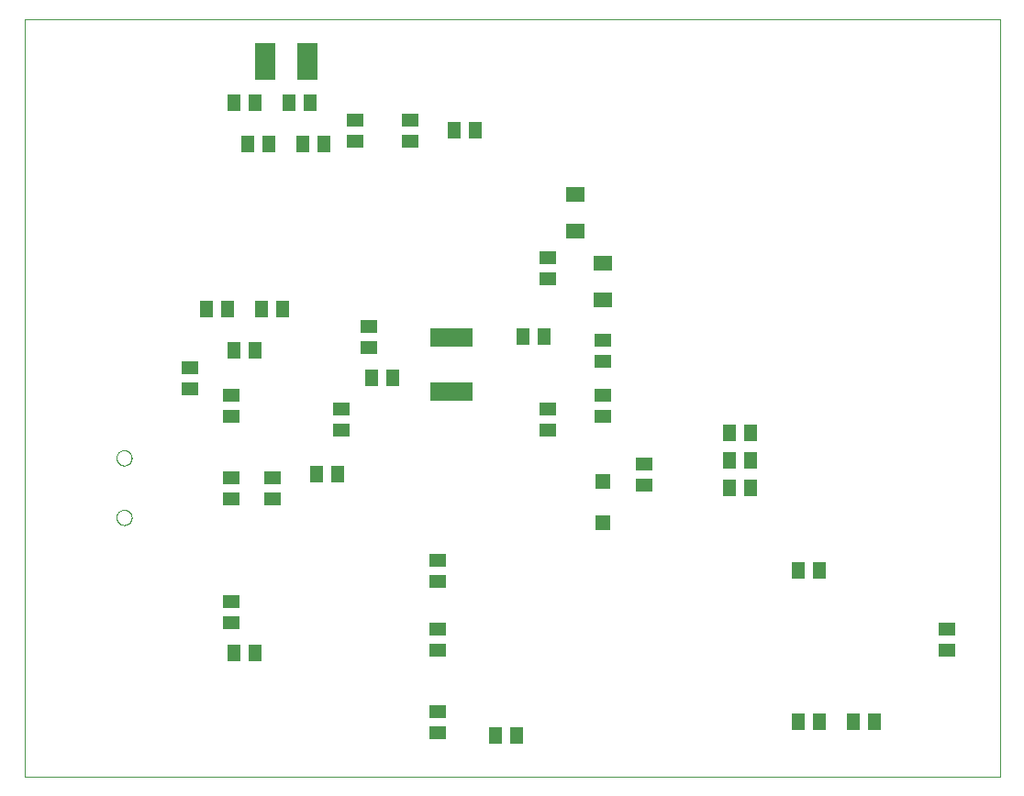
<source format=gbp>
G75*
%MOIN*%
%OFA0B0*%
%FSLAX25Y25*%
%IPPOS*%
%LPD*%
%AMOC8*
5,1,8,0,0,1.08239X$1,22.5*
%
%ADD10C,0.00000*%
%ADD11R,0.05906X0.05118*%
%ADD12R,0.05118X0.05906*%
%ADD13R,0.15748X0.07087*%
%ADD14R,0.07480X0.13386*%
%ADD15R,0.07087X0.05512*%
%ADD16R,0.05512X0.05512*%
D10*
X0055902Y0001800D02*
X0055902Y0277391D01*
X0410233Y0277391D01*
X0410233Y0001800D01*
X0055902Y0001800D01*
X0089370Y0096149D02*
X0089372Y0096254D01*
X0089378Y0096359D01*
X0089388Y0096463D01*
X0089402Y0096567D01*
X0089420Y0096671D01*
X0089442Y0096773D01*
X0089467Y0096875D01*
X0089497Y0096976D01*
X0089530Y0097075D01*
X0089567Y0097173D01*
X0089608Y0097270D01*
X0089653Y0097365D01*
X0089701Y0097458D01*
X0089752Y0097550D01*
X0089808Y0097639D01*
X0089866Y0097726D01*
X0089928Y0097811D01*
X0089992Y0097894D01*
X0090060Y0097974D01*
X0090131Y0098051D01*
X0090205Y0098125D01*
X0090282Y0098197D01*
X0090361Y0098266D01*
X0090443Y0098331D01*
X0090527Y0098394D01*
X0090614Y0098453D01*
X0090703Y0098509D01*
X0090794Y0098562D01*
X0090887Y0098611D01*
X0090981Y0098656D01*
X0091077Y0098698D01*
X0091175Y0098736D01*
X0091274Y0098770D01*
X0091375Y0098801D01*
X0091476Y0098827D01*
X0091579Y0098850D01*
X0091682Y0098869D01*
X0091786Y0098884D01*
X0091890Y0098895D01*
X0091995Y0098902D01*
X0092100Y0098905D01*
X0092205Y0098904D01*
X0092310Y0098899D01*
X0092414Y0098890D01*
X0092518Y0098877D01*
X0092622Y0098860D01*
X0092725Y0098839D01*
X0092827Y0098814D01*
X0092928Y0098786D01*
X0093027Y0098753D01*
X0093126Y0098717D01*
X0093223Y0098677D01*
X0093318Y0098634D01*
X0093412Y0098586D01*
X0093504Y0098536D01*
X0093594Y0098482D01*
X0093682Y0098424D01*
X0093767Y0098363D01*
X0093850Y0098299D01*
X0093931Y0098232D01*
X0094009Y0098162D01*
X0094084Y0098088D01*
X0094156Y0098013D01*
X0094226Y0097934D01*
X0094292Y0097853D01*
X0094356Y0097769D01*
X0094416Y0097683D01*
X0094472Y0097595D01*
X0094526Y0097504D01*
X0094576Y0097412D01*
X0094622Y0097318D01*
X0094665Y0097222D01*
X0094704Y0097124D01*
X0094739Y0097026D01*
X0094770Y0096925D01*
X0094798Y0096824D01*
X0094822Y0096722D01*
X0094842Y0096619D01*
X0094858Y0096515D01*
X0094870Y0096411D01*
X0094878Y0096306D01*
X0094882Y0096201D01*
X0094882Y0096097D01*
X0094878Y0095992D01*
X0094870Y0095887D01*
X0094858Y0095783D01*
X0094842Y0095679D01*
X0094822Y0095576D01*
X0094798Y0095474D01*
X0094770Y0095373D01*
X0094739Y0095272D01*
X0094704Y0095174D01*
X0094665Y0095076D01*
X0094622Y0094980D01*
X0094576Y0094886D01*
X0094526Y0094794D01*
X0094472Y0094703D01*
X0094416Y0094615D01*
X0094356Y0094529D01*
X0094292Y0094445D01*
X0094226Y0094364D01*
X0094156Y0094285D01*
X0094084Y0094210D01*
X0094009Y0094136D01*
X0093931Y0094066D01*
X0093850Y0093999D01*
X0093767Y0093935D01*
X0093682Y0093874D01*
X0093594Y0093816D01*
X0093504Y0093762D01*
X0093412Y0093712D01*
X0093318Y0093664D01*
X0093223Y0093621D01*
X0093126Y0093581D01*
X0093027Y0093545D01*
X0092928Y0093512D01*
X0092827Y0093484D01*
X0092725Y0093459D01*
X0092622Y0093438D01*
X0092518Y0093421D01*
X0092414Y0093408D01*
X0092310Y0093399D01*
X0092205Y0093394D01*
X0092100Y0093393D01*
X0091995Y0093396D01*
X0091890Y0093403D01*
X0091786Y0093414D01*
X0091682Y0093429D01*
X0091579Y0093448D01*
X0091476Y0093471D01*
X0091375Y0093497D01*
X0091274Y0093528D01*
X0091175Y0093562D01*
X0091077Y0093600D01*
X0090981Y0093642D01*
X0090887Y0093687D01*
X0090794Y0093736D01*
X0090703Y0093789D01*
X0090614Y0093845D01*
X0090527Y0093904D01*
X0090443Y0093967D01*
X0090361Y0094032D01*
X0090282Y0094101D01*
X0090205Y0094173D01*
X0090131Y0094247D01*
X0090060Y0094324D01*
X0089992Y0094404D01*
X0089928Y0094487D01*
X0089866Y0094572D01*
X0089808Y0094659D01*
X0089752Y0094748D01*
X0089701Y0094840D01*
X0089653Y0094933D01*
X0089608Y0095028D01*
X0089567Y0095125D01*
X0089530Y0095223D01*
X0089497Y0095322D01*
X0089467Y0095423D01*
X0089442Y0095525D01*
X0089420Y0095627D01*
X0089402Y0095731D01*
X0089388Y0095835D01*
X0089378Y0095939D01*
X0089372Y0096044D01*
X0089370Y0096149D01*
X0089370Y0117802D02*
X0089372Y0117907D01*
X0089378Y0118012D01*
X0089388Y0118116D01*
X0089402Y0118220D01*
X0089420Y0118324D01*
X0089442Y0118426D01*
X0089467Y0118528D01*
X0089497Y0118629D01*
X0089530Y0118728D01*
X0089567Y0118826D01*
X0089608Y0118923D01*
X0089653Y0119018D01*
X0089701Y0119111D01*
X0089752Y0119203D01*
X0089808Y0119292D01*
X0089866Y0119379D01*
X0089928Y0119464D01*
X0089992Y0119547D01*
X0090060Y0119627D01*
X0090131Y0119704D01*
X0090205Y0119778D01*
X0090282Y0119850D01*
X0090361Y0119919D01*
X0090443Y0119984D01*
X0090527Y0120047D01*
X0090614Y0120106D01*
X0090703Y0120162D01*
X0090794Y0120215D01*
X0090887Y0120264D01*
X0090981Y0120309D01*
X0091077Y0120351D01*
X0091175Y0120389D01*
X0091274Y0120423D01*
X0091375Y0120454D01*
X0091476Y0120480D01*
X0091579Y0120503D01*
X0091682Y0120522D01*
X0091786Y0120537D01*
X0091890Y0120548D01*
X0091995Y0120555D01*
X0092100Y0120558D01*
X0092205Y0120557D01*
X0092310Y0120552D01*
X0092414Y0120543D01*
X0092518Y0120530D01*
X0092622Y0120513D01*
X0092725Y0120492D01*
X0092827Y0120467D01*
X0092928Y0120439D01*
X0093027Y0120406D01*
X0093126Y0120370D01*
X0093223Y0120330D01*
X0093318Y0120287D01*
X0093412Y0120239D01*
X0093504Y0120189D01*
X0093594Y0120135D01*
X0093682Y0120077D01*
X0093767Y0120016D01*
X0093850Y0119952D01*
X0093931Y0119885D01*
X0094009Y0119815D01*
X0094084Y0119741D01*
X0094156Y0119666D01*
X0094226Y0119587D01*
X0094292Y0119506D01*
X0094356Y0119422D01*
X0094416Y0119336D01*
X0094472Y0119248D01*
X0094526Y0119157D01*
X0094576Y0119065D01*
X0094622Y0118971D01*
X0094665Y0118875D01*
X0094704Y0118777D01*
X0094739Y0118679D01*
X0094770Y0118578D01*
X0094798Y0118477D01*
X0094822Y0118375D01*
X0094842Y0118272D01*
X0094858Y0118168D01*
X0094870Y0118064D01*
X0094878Y0117959D01*
X0094882Y0117854D01*
X0094882Y0117750D01*
X0094878Y0117645D01*
X0094870Y0117540D01*
X0094858Y0117436D01*
X0094842Y0117332D01*
X0094822Y0117229D01*
X0094798Y0117127D01*
X0094770Y0117026D01*
X0094739Y0116925D01*
X0094704Y0116827D01*
X0094665Y0116729D01*
X0094622Y0116633D01*
X0094576Y0116539D01*
X0094526Y0116447D01*
X0094472Y0116356D01*
X0094416Y0116268D01*
X0094356Y0116182D01*
X0094292Y0116098D01*
X0094226Y0116017D01*
X0094156Y0115938D01*
X0094084Y0115863D01*
X0094009Y0115789D01*
X0093931Y0115719D01*
X0093850Y0115652D01*
X0093767Y0115588D01*
X0093682Y0115527D01*
X0093594Y0115469D01*
X0093504Y0115415D01*
X0093412Y0115365D01*
X0093318Y0115317D01*
X0093223Y0115274D01*
X0093126Y0115234D01*
X0093027Y0115198D01*
X0092928Y0115165D01*
X0092827Y0115137D01*
X0092725Y0115112D01*
X0092622Y0115091D01*
X0092518Y0115074D01*
X0092414Y0115061D01*
X0092310Y0115052D01*
X0092205Y0115047D01*
X0092100Y0115046D01*
X0091995Y0115049D01*
X0091890Y0115056D01*
X0091786Y0115067D01*
X0091682Y0115082D01*
X0091579Y0115101D01*
X0091476Y0115124D01*
X0091375Y0115150D01*
X0091274Y0115181D01*
X0091175Y0115215D01*
X0091077Y0115253D01*
X0090981Y0115295D01*
X0090887Y0115340D01*
X0090794Y0115389D01*
X0090703Y0115442D01*
X0090614Y0115498D01*
X0090527Y0115557D01*
X0090443Y0115620D01*
X0090361Y0115685D01*
X0090282Y0115754D01*
X0090205Y0115826D01*
X0090131Y0115900D01*
X0090060Y0115977D01*
X0089992Y0116057D01*
X0089928Y0116140D01*
X0089866Y0116225D01*
X0089808Y0116312D01*
X0089752Y0116401D01*
X0089701Y0116493D01*
X0089653Y0116586D01*
X0089608Y0116681D01*
X0089567Y0116778D01*
X0089530Y0116876D01*
X0089497Y0116975D01*
X0089467Y0117076D01*
X0089442Y0117178D01*
X0089420Y0117280D01*
X0089402Y0117384D01*
X0089388Y0117488D01*
X0089378Y0117592D01*
X0089372Y0117697D01*
X0089370Y0117802D01*
D11*
X0115902Y0143060D03*
X0115902Y0150540D03*
X0130902Y0140540D03*
X0130902Y0133060D03*
X0130902Y0110540D03*
X0130902Y0103060D03*
X0145902Y0103060D03*
X0145902Y0110540D03*
X0170902Y0128060D03*
X0170902Y0135540D03*
X0180902Y0158060D03*
X0180902Y0165540D03*
X0245902Y0183060D03*
X0245902Y0190540D03*
X0265902Y0160540D03*
X0265902Y0153060D03*
X0265902Y0140540D03*
X0265902Y0133060D03*
X0245902Y0135540D03*
X0245902Y0128060D03*
X0280902Y0115540D03*
X0280902Y0108060D03*
X0205902Y0080540D03*
X0205902Y0073060D03*
X0205902Y0055540D03*
X0205902Y0048060D03*
X0205902Y0025540D03*
X0205902Y0018060D03*
X0130902Y0058060D03*
X0130902Y0065540D03*
X0175902Y0233060D03*
X0175902Y0240540D03*
X0195902Y0240540D03*
X0195902Y0233060D03*
X0390902Y0055540D03*
X0390902Y0048060D03*
D12*
X0364642Y0021800D03*
X0357162Y0021800D03*
X0344642Y0021800D03*
X0337162Y0021800D03*
X0337162Y0076800D03*
X0344642Y0076800D03*
X0319642Y0106800D03*
X0312162Y0106800D03*
X0312162Y0116800D03*
X0319642Y0116800D03*
X0319642Y0126800D03*
X0312162Y0126800D03*
X0244642Y0161800D03*
X0237162Y0161800D03*
X0189642Y0146800D03*
X0182162Y0146800D03*
X0149642Y0171800D03*
X0142162Y0171800D03*
X0129642Y0171800D03*
X0122162Y0171800D03*
X0132162Y0156800D03*
X0139642Y0156800D03*
X0162162Y0111800D03*
X0169642Y0111800D03*
X0139642Y0046800D03*
X0132162Y0046800D03*
X0227162Y0016800D03*
X0234642Y0016800D03*
X0164642Y0231800D03*
X0157162Y0231800D03*
X0144642Y0231800D03*
X0137162Y0231800D03*
X0139642Y0246800D03*
X0132162Y0246800D03*
X0152162Y0246800D03*
X0159642Y0246800D03*
X0212162Y0236800D03*
X0219642Y0236800D03*
D13*
X0210902Y0161643D03*
X0210902Y0141957D03*
D14*
X0158579Y0261800D03*
X0143225Y0261800D03*
D15*
X0255902Y0213493D03*
X0255902Y0200107D03*
X0265902Y0188493D03*
X0265902Y0175107D03*
D16*
X0265902Y0109280D03*
X0265902Y0094320D03*
M02*

</source>
